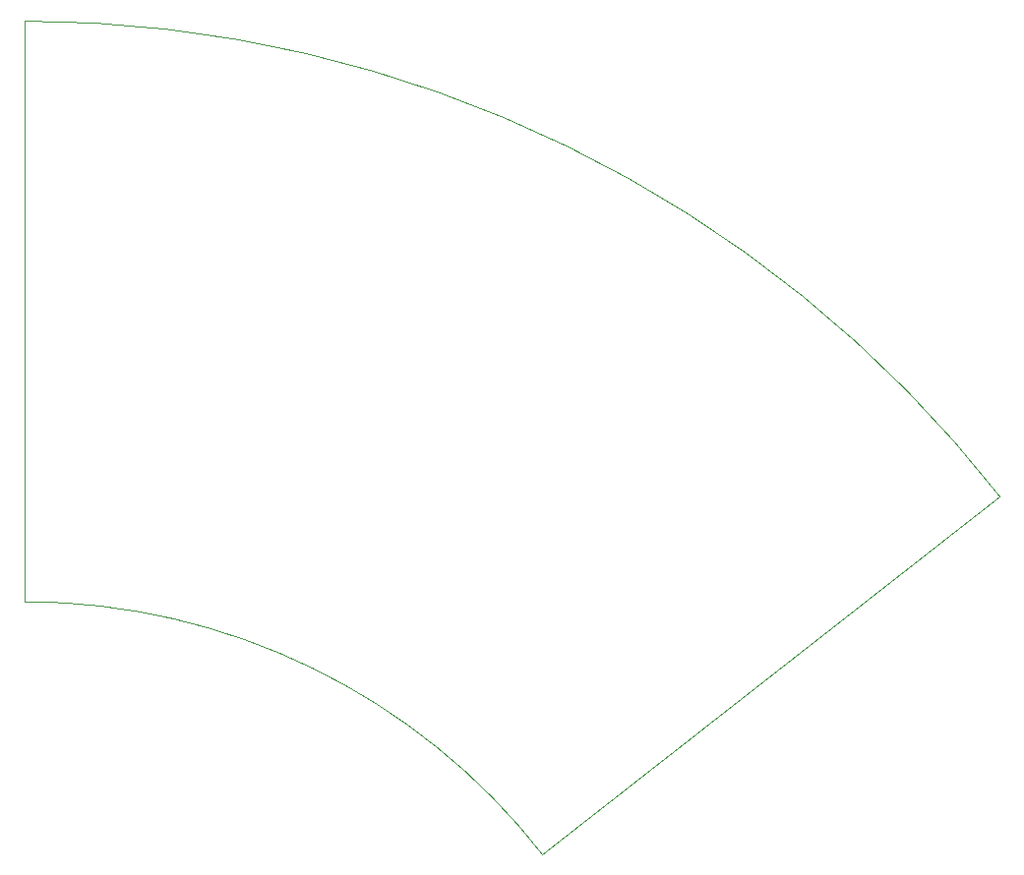
<source format=gbr>
%TF.GenerationSoftware,KiCad,Pcbnew,(5.1.9)-1*%
%TF.CreationDate,2021-12-25T05:37:13+03:00*%
%TF.ProjectId,filadry2,66696c61-6472-4793-922e-6b696361645f,rev?*%
%TF.SameCoordinates,Original*%
%TF.FileFunction,Profile,NP*%
%FSLAX46Y46*%
G04 Gerber Fmt 4.6, Leading zero omitted, Abs format (unit mm)*
G04 Created by KiCad (PCBNEW (5.1.9)-1) date 2021-12-25 05:37:13*
%MOMM*%
%LPD*%
G01*
G04 APERTURE LIST*
%TA.AperFunction,Profile*%
%ADD10C,0.050000*%
%TD*%
G04 APERTURE END LIST*
D10*
X64563408Y-90208727D02*
X103963945Y-59425653D01*
X103963945Y-59425653D02*
G75*
G03*
X20040800Y-18493600I-83923145J-65567947D01*
G01*
X64563408Y-90208727D02*
G75*
G03*
X20040800Y-68493600I-44522608J-34784873D01*
G01*
X20040800Y-68493600D02*
X20040800Y-18493600D01*
M02*

</source>
